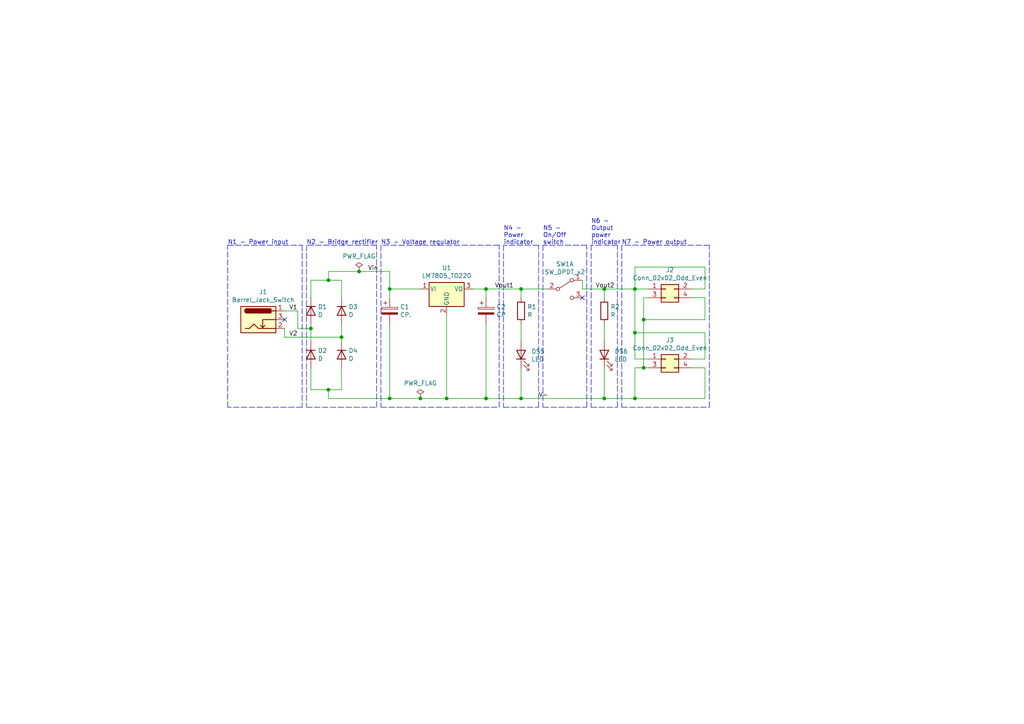
<source format=kicad_sch>
(kicad_sch (version 20211123) (generator eeschema)
  (paper "A4")
  (title_block (title "Breadboard Power Supply v2") (date "2018-08-12") (rev "2") (company "Tech Explorations") (comment 1 "Designed by Peter"))
  (lib_symbols
    (symbol "BreadboardPowerSupply_v2-rescue:CP-Device" (pin_numbers hide) (pin_names (offset 0.254))
      (property "Reference" "C" (at 0.635 2.54 0))
      (property "Value" "CP-Device" (at 0.635 -2.54 0))
      (symbol "CP-Device_0_1"
        (rectangle (start -2.286 0.508) (end -2.286 1.016))
        (rectangle (start -2.286 0.508) (end 2.286 0.508))
        (polyline (pts (xy -1.778 2.286) (xy -0.762 2.286)))
        (polyline (pts (xy -1.27 2.794) (xy -1.27 1.778)))
        (rectangle (start 2.286 -0.508) (end -2.286 -1.016) (fill (type outline)))
        (rectangle (start 2.286 1.016) (end -2.286 1.016))
        (rectangle (start 2.286 1.016) (end 2.286 0.508))
      )
      (symbol "CP-Device_1_1"
        (pin passive line (at 0 3.81 270) (length 2.794) (name "~") (number "1"))
        (pin passive line (at 0 -3.81 90) (length 2.794) (name "~") (number "2"))
      )
    )
    (symbol "Connector:Barrel_Jack_Switch" (pin_names hide)
      (property "Reference" "J" (at 0 5.334 0))
      (property "Value" "Barrel_Jack_Switch" (at 0 -5.08 0))
      (symbol "Barrel_Jack_Switch_0_1"
        (rectangle (start -5.08 3.81) (end 5.08 -3.81) (stroke (width 0.254)) (fill (type background)))
        (arc (start -3.302 3.175) (mid -3.937 2.54) (end -3.302 1.905) (stroke (width 0.254)))
        (arc (start -3.302 3.175) (mid -3.937 2.54) (end -3.302 1.905) (stroke (width 0.254)) (fill (type outline)))
        (polyline (pts (xy 1.27 -2.286) (xy 1.905 -1.651)) (stroke (width 0.254)))
        (polyline (pts (xy 5.08 2.54) (xy 3.81 2.54)) (stroke (width 0.254)))
        (polyline (pts (xy 5.08 0) (xy 1.27 0) (xy 1.27 -2.286) (xy 0.635 -1.651)) (stroke (width 0.254)))
        (polyline (pts (xy -3.81 -2.54) (xy -2.54 -2.54) (xy -1.27 -1.27) (xy 0 -2.54) (xy 2.54 -2.54) (xy 5.08 -2.54)) (stroke (width 0.254)))
        (rectangle (start 3.683 3.175) (end -3.302 1.905) (stroke (width 0.254)) (fill (type outline)))
      )
      (symbol "Barrel_Jack_Switch_1_1"
        (pin passive line (at 7.62 2.54 180) (length 2.54) (name "~") (number "1"))
        (pin passive line (at 7.62 -2.54 180) (length 2.54) (name "~") (number "2"))
        (pin passive line (at 7.62 0 180) (length 2.54) (name "~") (number "3"))
      )
    )
    (symbol "Connector_Generic:Conn_02x02_Odd_Even" (pin_names (offset 1.016) hide)
      (property "Reference" "J" (at 1.27 2.54 0))
      (property "Value" "Conn_02x02_Odd_Even" (at 1.27 -5.08 0))
      (symbol "Conn_02x02_Odd_Even_1_1"
        (rectangle (start -1.27 -2.413) (end 0 -2.667) (stroke (width 0.1524)))
        (rectangle (start -1.27 0.127) (end 0 -0.127) (stroke (width 0.1524)))
        (rectangle (start -1.27 1.27) (end 3.81 -3.81) (stroke (width 0.254)) (fill (type background)))
        (rectangle (start 3.81 -2.413) (end 2.54 -2.667) (stroke (width 0.1524)))
        (rectangle (start 3.81 0.127) (end 2.54 -0.127) (stroke (width 0.1524)))
        (pin passive line (at -5.08 0 0) (length 3.81) (name "Pin_1") (number "1"))
        (pin passive line (at 7.62 0 180) (length 3.81) (name "Pin_2") (number "2"))
        (pin passive line (at -5.08 -2.54 0) (length 3.81) (name "Pin_3") (number "3"))
        (pin passive line (at 7.62 -2.54 180) (length 3.81) (name "Pin_4") (number "4"))
      )
    )
    (symbol "Device:D" (pin_numbers hide) (pin_names (offset 1.016) hide)
      (property "Reference" "D" (at 0 2.54 0))
      (property "Value" "D" (at 0 -2.54 0))
      (symbol "D_0_1"
        (polyline (pts (xy -1.27 1.27) (xy -1.27 -1.27)) (stroke (width 0.254)))
        (polyline (pts (xy 1.27 0) (xy -1.27 0)))
        (polyline (pts (xy 1.27 1.27) (xy 1.27 -1.27) (xy -1.27 0) (xy 1.27 1.27)) (stroke (width 0.254)))
      )
      (symbol "D_1_1"
        (pin passive line (at -3.81 0 0) (length 2.54) (name "K") (number "1"))
        (pin passive line (at 3.81 0 180) (length 2.54) (name "A") (number "2"))
      )
    )
    (symbol "Device:LED" (pin_numbers hide) (pin_names (offset 1.016) hide)
      (property "Reference" "D" (at 0 2.54 0))
      (property "Value" "LED" (at 0 -2.54 0))
      (symbol "LED_0_1"
        (polyline (pts (xy -1.27 -1.27) (xy -1.27 1.27)) (stroke (width 0.254)))
        (polyline (pts (xy -1.27 0) (xy 1.27 0)))
        (polyline (pts (xy 1.27 -1.27) (xy 1.27 1.27) (xy -1.27 0) (xy 1.27 -1.27)) (stroke (width 0.254)))
        (polyline (pts (xy -3.048 -0.762) (xy -4.572 -2.286) (xy -3.81 -2.286) (xy -4.572 -2.286) (xy -4.572 -1.524)))
        (polyline (pts (xy -1.778 -0.762) (xy -3.302 -2.286) (xy -2.54 -2.286) (xy -3.302 -2.286) (xy -3.302 -1.524)))
      )
      (symbol "LED_1_1"
        (pin passive line (at -3.81 0 0) (length 2.54) (name "K") (number "1"))
        (pin passive line (at 3.81 0 180) (length 2.54) (name "A") (number "2"))
      )
    )
    (symbol "Device:R" (pin_numbers hide) (pin_names (offset 0))
      (property "Reference" "R" (at 2.032 0 90))
      (property "Value" "R" (at 0 0 90))
      (symbol "R_0_1"
        (rectangle (start -1.016 -2.54) (end 1.016 2.54) (stroke (width 0.254)))
      )
      (symbol "R_1_1"
        (pin passive line (at 0 3.81 270) (length 1.27) (name "~") (number "1"))
        (pin passive line (at 0 -3.81 90) (length 1.27) (name "~") (number "2"))
      )
    )
    (symbol "Regulator_Linear:LM7805_TO220" (pin_names (offset 0.254))
      (property "Reference" "U" (at -3.81 3.175 0))
      (property "Value" "LM7805_TO220" (at 0 3.175 0))
      (symbol "LM7805_TO220_0_1"
        (rectangle (start -5.08 1.905) (end 5.08 -5.08) (stroke (width 0.254)) (fill (type background)))
      )
      (symbol "LM7805_TO220_1_1"
        (pin power_in line (at -7.62 0 0) (length 2.54) (name "VI") (number "1"))
        (pin power_in line (at 0 -7.62 90) (length 2.54) (name "GND") (number "2"))
        (pin power_out line (at 7.62 0 180) (length 2.54) (name "VO") (number "3"))
      )
    )
    (symbol "Switch:SW_DPDT_x2" (pin_names (offset 0) hide)
      (property "Reference" "SW" (at 0 4.318 0))
      (property "Value" "SW_DPDT_x2" (at 0 -5.08 0))
      (symbol "SW_DPDT_x2_0_0"
        (circle (center -2.032 0) (radius 0.508))
        (circle (center 2.032 -2.54) (radius 0.508))
      )
      (symbol "SW_DPDT_x2_0_1"
        (polyline (pts (xy -1.524 0.254) (xy 1.651 2.286)))
        (circle (center 2.032 2.54) (radius 0.508))
      )
      (symbol "SW_DPDT_x2_1_1"
        (pin passive line (at 5.08 2.54 180) (length 2.54) (name "A") (number "1"))
        (pin passive line (at -5.08 0 0) (length 2.54) (name "B") (number "2"))
        (pin passive line (at 5.08 -2.54 180) (length 2.54) (name "C") (number "3"))
      )
      (symbol "SW_DPDT_x2_2_1"
        (pin passive line (at 5.08 2.54 180) (length 2.54) (name "A") (number "4"))
        (pin passive line (at -5.08 0 0) (length 2.54) (name "B") (number "5"))
        (pin passive line (at 5.08 -2.54 180) (length 2.54) (name "C") (number "6"))
      )
    )
    (symbol "power:PWR_FLAG" (power) (pin_numbers hide) (pin_names (offset 0) hide)
      (property "Value" "PWR_FLAG" (at 0 3.81 0))
      (symbol "PWR_FLAG_0_0"
        (pin power_out line (at 0 0 90) (length 0) (name "pwr") (number "1"))
      )
      (symbol "PWR_FLAG_0_1"
        (polyline (pts (xy 0 0) (xy 0 1.27) (xy -1.016 1.905) (xy 0 2.54) (xy 1.016 1.905) (xy 0 1.27)))
      )
    )
  )
  (junction (at 90.17 95.25))
  (junction (at 140.97 83.82))
  (junction (at 151.13 115.57))
  (junction (at 104.14 78.74))
  (junction (at 184.15 96.52))
  (junction (at 184.15 115.57))
  (junction (at 186.69 92.71))
  (junction (at 121.92 115.57))
  (junction (at 113.03 83.82))
  (junction (at 95.25 113.03))
  (junction (at 175.26 115.57))
  (junction (at 184.15 83.82))
  (junction (at 140.97 115.57))
  (junction (at 99.06 97.79))
  (junction (at 151.13 83.82))
  (junction (at 186.69 106.68))
  (junction (at 129.54 115.57))
  (junction (at 175.26 83.82))
  (junction (at 113.03 115.57))
  (junction (at 95.25 81.28))
  (no_connect (at 82.55 92.71))
  (no_connect (at 168.91 86.36))
  (polyline (pts (xy 156.21 71.12) (xy 146.05 71.12)))
  (polyline (pts (xy 156.21 118.11) (xy 156.21 71.12)))
  (wire (pts (xy 204.47 92.71) (xy 186.69 92.71)))
  (polyline (pts (xy 88.9 118.11) (xy 109.22 118.11)))
  (wire (pts (xy 186.69 92.71) (xy 186.69 86.36)))
  (wire (pts (xy 121.92 115.57) (xy 129.54 115.57)))
  (wire (pts (xy 99.06 86.36) (xy 99.06 81.28)))
  (wire (pts (xy 86.36 95.25) (xy 90.17 95.25)))
  (wire (pts (xy 175.26 115.57) (xy 184.15 115.57)))
  (polyline (pts (xy 171.45 71.12) (xy 171.45 118.11)))
  (polyline (pts (xy 109.22 118.11) (xy 109.22 71.12)))
  (polyline (pts (xy 110.49 118.11) (xy 144.78 118.11)))
  (polyline (pts (xy 170.18 71.12) (xy 157.48 71.12)))
  (wire (pts (xy 129.54 91.44) (xy 129.54 115.57)))
  (wire (pts (xy 113.03 115.57) (xy 121.92 115.57)))
  (wire (pts (xy 140.97 83.82) (xy 140.97 86.36)))
  (wire (pts (xy 204.47 83.82) (xy 204.47 77.47)))
  (wire (pts (xy 99.06 113.03) (xy 99.06 106.68)))
  (wire (pts (xy 95.25 115.57) (xy 113.03 115.57)))
  (wire (pts (xy 204.47 106.68) (xy 204.47 115.57)))
  (wire (pts (xy 90.17 93.98) (xy 90.17 95.25)))
  (polyline (pts (xy 66.04 118.11) (xy 66.04 71.12)))
  (wire (pts (xy 121.92 83.82) (xy 113.03 83.82)))
  (wire (pts (xy 184.15 106.68) (xy 186.69 106.68)))
  (wire (pts (xy 95.25 113.03) (xy 99.06 113.03)))
  (wire (pts (xy 184.15 83.82) (xy 184.15 96.52)))
  (wire (pts (xy 168.91 81.28) (xy 168.91 83.82)))
  (wire (pts (xy 175.26 99.06) (xy 175.26 93.98)))
  (wire (pts (xy 200.66 106.68) (xy 204.47 106.68)))
  (polyline (pts (xy 110.49 71.12) (xy 110.49 118.11)))
  (wire (pts (xy 204.47 77.47) (xy 184.15 77.47)))
  (polyline (pts (xy 179.07 71.12) (xy 171.45 71.12)))
  (polyline (pts (xy 144.78 71.12) (xy 110.49 71.12)))
  (wire (pts (xy 151.13 115.57) (xy 151.13 106.68)))
  (wire (pts (xy 82.55 97.79) (xy 99.06 97.79)))
  (wire (pts (xy 184.15 104.14) (xy 187.96 104.14)))
  (polyline (pts (xy 144.78 118.11) (xy 144.78 71.12)))
  (wire (pts (xy 204.47 96.52) (xy 184.15 96.52)))
  (polyline (pts (xy 146.05 71.12) (xy 146.05 118.11)))
  (wire (pts (xy 200.66 86.36) (xy 204.47 86.36)))
  (polyline (pts (xy 146.05 118.11) (xy 156.21 118.11)))
  (wire (pts (xy 104.14 78.74) (xy 113.03 78.74)))
  (wire (pts (xy 86.36 90.17) (xy 86.36 95.25)))
  (wire (pts (xy 82.55 95.25) (xy 82.55 97.79)))
  (wire (pts (xy 99.06 93.98) (xy 99.06 97.79)))
  (wire (pts (xy 90.17 113.03) (xy 95.25 113.03)))
  (wire (pts (xy 184.15 115.57) (xy 184.15 106.68)))
  (wire (pts (xy 137.16 83.82) (xy 140.97 83.82)))
  (wire (pts (xy 151.13 83.82) (xy 151.13 86.36)))
  (wire (pts (xy 95.25 113.03) (xy 95.25 115.57)))
  (polyline (pts (xy 205.74 71.12) (xy 180.34 71.12)))
  (wire (pts (xy 90.17 95.25) (xy 90.17 99.06)))
  (wire (pts (xy 168.91 83.82) (xy 175.26 83.82)))
  (wire (pts (xy 175.26 83.82) (xy 175.26 86.36)))
  (wire (pts (xy 204.47 115.57) (xy 184.15 115.57)))
  (wire (pts (xy 95.25 81.28) (xy 95.25 78.74)))
  (wire (pts (xy 175.26 115.57) (xy 175.26 106.68)))
  (wire (pts (xy 186.69 106.68) (xy 187.96 106.68)))
  (polyline (pts (xy 157.48 118.11) (xy 170.18 118.11)))
  (wire (pts (xy 151.13 93.98) (xy 151.13 99.06)))
  (polyline (pts (xy 157.48 71.12) (xy 157.48 118.11)))
  (wire (pts (xy 113.03 78.74) (xy 113.03 83.82)))
  (wire (pts (xy 99.06 81.28) (xy 95.25 81.28)))
  (wire (pts (xy 95.25 78.74) (xy 104.14 78.74)))
  (wire (pts (xy 113.03 115.57) (xy 113.03 93.98)))
  (wire (pts (xy 129.54 115.57) (xy 140.97 115.57)))
  (polyline (pts (xy 171.45 118.11) (xy 179.07 118.11)))
  (wire (pts (xy 186.69 86.36) (xy 187.96 86.36)))
  (wire (pts (xy 200.66 83.82) (xy 204.47 83.82)))
  (polyline (pts (xy 180.34 71.12) (xy 180.34 118.11)))
  (polyline (pts (xy 66.04 71.12) (xy 87.63 71.12)))
  (wire (pts (xy 186.69 106.68) (xy 186.69 92.71)))
  (wire (pts (xy 99.06 97.79) (xy 99.06 99.06)))
  (wire (pts (xy 95.25 81.28) (xy 90.17 81.28)))
  (wire (pts (xy 184.15 83.82) (xy 187.96 83.82)))
  (wire (pts (xy 90.17 81.28) (xy 90.17 86.36)))
  (wire (pts (xy 140.97 83.82) (xy 151.13 83.82)))
  (wire (pts (xy 184.15 96.52) (xy 184.15 104.14)))
  (wire (pts (xy 204.47 86.36) (xy 204.47 92.71)))
  (wire (pts (xy 204.47 104.14) (xy 204.47 96.52)))
  (wire (pts (xy 82.55 90.17) (xy 86.36 90.17)))
  (polyline (pts (xy 87.63 71.12) (xy 87.63 118.11)))
  (wire (pts (xy 184.15 77.47) (xy 184.15 83.82)))
  (wire (pts (xy 140.97 115.57) (xy 151.13 115.57)))
  (wire (pts (xy 200.66 104.14) (xy 204.47 104.14)))
  (wire (pts (xy 113.03 83.82) (xy 113.03 86.36)))
  (polyline (pts (xy 87.63 118.11) (xy 66.04 118.11)))
  (polyline (pts (xy 205.74 118.11) (xy 205.74 71.12)))
  (wire (pts (xy 175.26 83.82) (xy 184.15 83.82)))
  (polyline (pts (xy 170.18 118.11) (xy 170.18 71.12)))
  (wire (pts (xy 90.17 106.68) (xy 90.17 113.03)))
  (wire (pts (xy 140.97 115.57) (xy 140.97 93.98)))
  (polyline (pts (xy 179.07 118.11) (xy 179.07 71.12)))
  (wire (pts (xy 151.13 115.57) (xy 175.26 115.57)))
  (polyline (pts (xy 88.9 71.12) (xy 88.9 118.11)))
  (wire (pts (xy 151.13 83.82) (xy 158.75 83.82)))
  (polyline (pts (xy 180.34 118.11) (xy 205.74 118.11)))
  (polyline (pts (xy 109.22 71.12) (xy 88.9 71.12)))
  (text "N1 - Power input" (at 66.04 71.12 0) (effects (font (size 1.27 1.27)) (justify left bottom)))
  (text "N6 -\nOutput\npower\nindicator" (at 171.45 71.12 0) (effects (font (size 1.27 1.27)) (justify left bottom)))
  (text "N5 - \nOn/Off \nswitch" (at 157.48 71.12 0) (effects (font (size 1.27 1.27)) (justify left bottom)))
  (text "N7 - Power output" (at 180.34 71.12 0) (effects (font (size 1.27 1.27)) (justify left bottom)))
  (text "N4 -\nPower\nindicator" (at 146.05 71.12 0) (effects (font (size 1.27 1.27)) (justify left bottom)))
  (text "text sample 3" (at -7961.63 -4718.05 0) (effects (font (size 1.27 1.27)) (justify left bottom)))
  (text "N3 - Voltage regulator" (at 110.49 71.12 0) (effects (font (size 1.27 1.27)) (justify left bottom)))
  (text "N2 - Bridge rectifier" (at 88.9 71.12 0) (effects (font (size 1.27 1.27)) (justify left bottom)))
  (label "V2" (at 83.82 97.79 0))
  (label "V-" (at 156.21 115.57 0))
  (label "Vout2" (at 172.72 83.82 0))
  (label "Vout1" (at 143.51 83.82 0))
  (label "Vin" (at 106.68 78.74 0))
  (label "V1" (at 83.82 90.17 0))
  (symbol (lib_id "Regulator_Linear:LM7805_TO220") (at 129.54 83.82 0) (unit 1)
    (property "Reference" "U1" (at 129.54 77.6732 0))
    (property "Value" "LM7805_TO220" (at 129.54 79.9846 0))
    (property "Footprint" "Package_TO_SOT_THT:TO-220-3_Vertical" (effects hide))
    (property "Datasheet" "http://www.fairchildsemi.com/ds/LM/LM7805.pdf" (effects hide))
  )
  (symbol (lib_id "Device:D") (at 90.17 90.17 270) (unit 1)
    (property "Reference" "D1" (at 92.1766 89.0016 90) (effects (justify left)))
    (property "Value" "D" (at 92.1766 91.313 90) (effects (justify left)))
    (property "Footprint" "Diode_THT:D_DO-41_SOD81_P10.16mm_Horizontal" (effects hide))
  )
  (symbol (lib_id "Device:D") (at 90.17 102.87 270) (unit 1)
    (property "Reference" "D2" (at 92.1766 101.7016 90) (effects (justify left)))
    (property "Value" "D" (at 92.1766 104.013 90) (effects (justify left)))
    (property "Footprint" "Diode_THT:D_DO-41_SOD81_P10.16mm_Horizontal" (effects hide))
  )
  (symbol (lib_id "Device:D") (at 99.06 90.17 270) (unit 1)
    (property "Reference" "D3" (at 101.0666 89.0016 90) (effects (justify left)))
    (property "Value" "D" (at 101.0666 91.313 90) (effects (justify left)))
    (property "Footprint" "Diode_THT:D_DO-41_SOD81_P10.16mm_Horizontal" (effects hide))
  )
  (symbol (lib_id "Device:D") (at 99.06 102.87 270) (unit 1)
    (property "Reference" "D4" (at 101.0666 101.7016 90) (effects (justify left)))
    (property "Value" "D" (at 101.0666 104.013 90) (effects (justify left)))
    (property "Footprint" "Diode_THT:D_DO-41_SOD81_P10.16mm_Horizontal" (effects hide))
  )
  (symbol (lib_id "Device:LED") (at 175.26 102.87 90) (unit 1)
    (property "Reference" "DS6" (at 178.2318 101.9048 90) (effects (justify right)))
    (property "Value" "LED" (at 178.2318 104.2162 90) (effects (justify right)))
    (property "Footprint" "LED_THT:LED_D5.0mm" (effects hide))
  )
  (symbol (lib_id "Device:LED") (at 151.13 102.87 90) (unit 1)
    (property "Reference" "DS5" (at 154.1018 101.9048 90) (effects (justify right)))
    (property "Value" "LED" (at 154.1018 104.2162 90) (effects (justify right)))
    (property "Footprint" "LED_THT:LED_D5.0mm" (effects hide))
  )
  (symbol (lib_id "Device:R") (at 151.13 90.17 0) (unit 1)
    (property "Reference" "R1" (at 152.908 89.0016 0) (effects (justify left)))
    (property "Value" "R" (at 152.908 91.313 0) (effects (justify left)))
    (property "Footprint" "Resistor_THT:R_Axial_DIN0207_L6.3mm_D2.5mm_P7.62mm_Horizontal" (effects hide))
  )
  (symbol (lib_id "Device:R") (at 175.26 90.17 0) (unit 1)
    (property "Reference" "R2" (at 177.038 89.0016 0) (effects (justify left)))
    (property "Value" "R" (at 177.038 91.313 0) (effects (justify left)))
    (property "Footprint" "Resistor_THT:R_Axial_DIN0207_L6.3mm_D2.5mm_P7.62mm_Horizontal" (effects hide))
  )
  (symbol (lib_id "Connector_Generic:Conn_02x02_Odd_Even") (at 193.04 104.14 0) (unit 1)
    (property "Reference" "J3" (at 194.31 98.6282 0))
    (property "Value" "Conn_02x02_Odd_Even" (at 194.31 100.9396 0))
    (property "Footprint" "Connector_PinHeader_2.54mm:PinHeader_2x02_P2.54mm_Vertical" (effects hide))
  )
  (symbol (lib_id "Connector_Generic:Conn_02x02_Odd_Even") (at 193.04 83.82 0) (unit 1)
    (property "Reference" "J2" (at 194.31 78.3082 0))
    (property "Value" "Conn_02x02_Odd_Even" (at 194.31 80.6196 0))
    (property "Footprint" "Connector_PinHeader_2.54mm:PinHeader_2x02_P2.54mm_Vertical" (effects hide))
  )
  (symbol (lib_id "Connector:Barrel_Jack_Switch") (at 74.93 92.71 0) (unit 1)
    (property "Reference" "J1" (at 76.327 84.6582 0))
    (property "Value" "Barrel_Jack_Switch" (at 76.327 86.9696 0))
    (property "Footprint" "Connector_BarrelJack:BarrelJack_CUI_PJ-102AH_Horizontal" (effects hide))
  )
  (symbol (lib_id "Switch:SW_DPDT_x2") (at 163.83 83.82 0) (unit 1)
    (property "Reference" "SW1" (at 163.83 76.581 0))
    (property "Value" "SW_DPDT_x2" (at 163.83 78.8924 0))
    (property "Footprint" "digikey-footprints:Switch_Slide_11.6x4mm_EG1218" (effects hide))
  )
  (symbol (lib_id "power:PWR_FLAG") (at 104.14 78.74 0) (unit 1)
    (property "Reference" "#FLG0101" (effects hide))
    (property "Value" "PWR_FLAG" (at 104.14 74.3204 0))
  )
  (symbol (lib_id "power:PWR_FLAG") (at 121.92 115.57 0) (unit 1)
    (property "Reference" "#FLG0102" (effects hide))
    (property "Value" "PWR_FLAG" (at 121.92 111.1504 0))
  )
  (symbol (lib_id "BreadboardPowerSupply_v2-rescue:CP-Device") (at 113.03 90.17 0) (unit 1)
    (property "Reference" "C1" (at 116.0272 89.0016 0) (effects (justify left)))
    (property "Value" "CP." (at 116.0272 91.313 0) (effects (justify left)))
    (property "Footprint" "Capacitor_THT:CP_Radial_D10.0mm_P5.00mm" (effects hide))
  )
  (symbol (lib_id "BreadboardPowerSupply_v2-rescue:CP-Device") (at 140.97 90.17 0) (unit 1)
    (property "Reference" "C2" (at 143.9672 89.0016 0) (effects (justify left)))
    (property "Value" "CP" (at 143.9672 91.313 0) (effects (justify left)))
    (property "Footprint" "Capacitor_THT:CP_Radial_D6.3mm_P2.50mm" (effects hide))
  )
)
</source>
